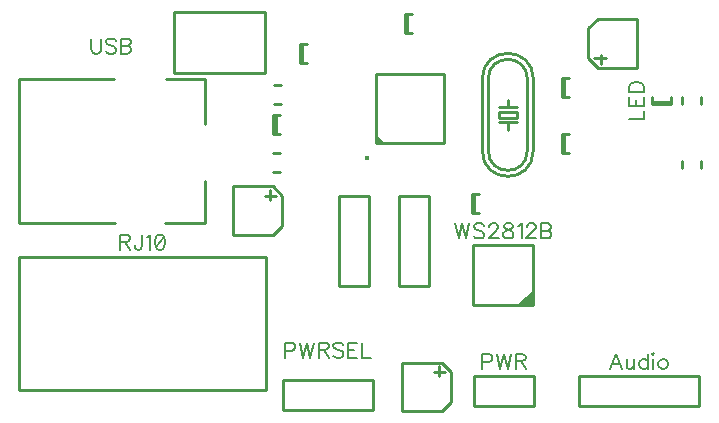
<source format=gbr>
G04 DipTrace 2.4.0.2*
%INTopSilk.gbr*%
%MOIN*%
%ADD10C,0.0098*%
%ADD30O,0.0164X0.0165*%
%ADD87C,0.0077*%
%FSLAX44Y44*%
G04*
G70*
G90*
G75*
G01*
%LNTopSilk*%
%LPD*%
X25440Y4440D2*
D10*
X21440D1*
Y5440D1*
X25440D1*
Y4440D1*
X20948Y12876D2*
Y13505D1*
X20874Y12876D2*
Y13505D1*
Y12876D2*
X21109D1*
X20874Y13505D2*
X21109D1*
X20948Y14751D2*
Y15380D1*
X20874Y14751D2*
Y15380D1*
Y14751D2*
X21109D1*
X20874Y15380D2*
X21109D1*
X15698Y16876D2*
Y17505D1*
X15624Y16876D2*
Y17505D1*
Y16876D2*
X15859D1*
X15624Y17505D2*
X15859D1*
X9919Y10128D2*
Y11753D1*
X11231D1*
X11544Y11440D1*
X11545Y10440D1*
X11231Y10128D1*
X9919D1*
X11134Y11628D2*
Y11315D1*
X10975Y11440D2*
X11343D1*
X12198Y15876D2*
Y16505D1*
X12124Y15876D2*
Y16505D1*
Y15876D2*
X12359D1*
X12124Y16505D2*
X12359D1*
X11323Y13501D2*
Y14130D1*
X11249Y13501D2*
Y14130D1*
Y13501D2*
X11484D1*
X11249Y14130D2*
X11484D1*
X17948Y10876D2*
Y11505D1*
X17874Y10876D2*
Y11505D1*
Y10876D2*
X18109D1*
X17874Y11505D2*
X18109D1*
X23378Y17336D2*
Y15711D1*
X22065D1*
X21753Y16024D1*
X21752Y17024D1*
X22065Y17336D1*
X23378D1*
X22163Y15836D2*
Y16149D1*
X22322Y16024D2*
X21953D1*
X15544Y4253D2*
Y5878D1*
X16856D1*
X17169Y5565D1*
X17170Y4565D1*
X16856Y4253D1*
X15544D1*
X16759Y5753D2*
Y5440D1*
X16600Y5565D2*
X16968D1*
X23876Y14499D2*
Y14734D1*
X24505Y14499D2*
Y14734D1*
Y14573D2*
X23876D1*
X24505Y14498D2*
X23876D1*
X7924Y17581D2*
X10956D1*
Y15549D1*
X7924D1*
Y17581D1*
X13440Y8440D2*
X14440D1*
Y11440D1*
X13440D1*
Y8440D1*
X15440D2*
X16440D1*
Y11440D1*
X15440D1*
Y8440D1*
X19940Y4440D2*
X17940D1*
Y5440D1*
X19940D1*
Y4440D1*
X11565Y5315D2*
X14565D1*
Y4315D1*
X11565D1*
Y5315D1*
X11249Y12251D2*
X11484D1*
X11249Y12880D2*
X11484D1*
X25505Y12374D2*
Y12609D1*
X24876Y12374D2*
Y12609D1*
X25505Y14499D2*
Y14734D1*
X24876Y14499D2*
Y14734D1*
X11507Y15130D2*
X11271D1*
X11507Y14501D2*
X11271D1*
X11015Y9417D2*
X2761D1*
Y4964D1*
X11015D1*
Y9417D1*
X14670Y13202D2*
X16954D1*
Y15485D1*
X14670D1*
Y13202D1*
D30*
X14359Y12686D3*
G36*
X14670Y13202D2*
X14985D1*
X14670Y13517D1*
Y13202D1*
G37*
X17905Y9791D2*
D10*
X19905D1*
Y7791D1*
X17905D1*
Y9791D1*
X19905Y8228D2*
X19405Y7791D1*
X19530D2*
X19842Y8103D1*
X19655Y7791D2*
X19905Y8041D1*
X19780Y7853D2*
X19842Y7916D1*
Y7853D2*
X19780Y7916D1*
X2759Y15334D2*
Y10530D1*
Y15334D2*
X5948D1*
X5987Y10530D2*
X2759D1*
X7680Y15334D2*
X8980D1*
Y13838D1*
Y11948D2*
Y10530D1*
X7641D1*
X19915Y12940D2*
Y15340D1*
X18215Y12940D2*
Y15340D1*
X19715Y12940D2*
Y15340D1*
X18415D2*
Y12940D1*
X18765Y14040D2*
Y14240D1*
X19365D1*
Y14040D1*
X18765D1*
Y14390D2*
X19065D1*
X19365D1*
X18765Y13890D2*
X19065D1*
X19365D1*
X19065Y14390D2*
Y14640D1*
Y13890D2*
Y13640D1*
X18215Y12940D2*
G03X19915Y12940I850J0D01*
G01*
Y15340D2*
G03X18215Y15340I-850J0D01*
G01*
X18415Y12940D2*
G03X19715Y12940I650J0D01*
G01*
Y15340D2*
G03X18415Y15340I-650J0D01*
G01*
X22868Y5670D2*
D87*
X22677Y6172D1*
X22485Y5670D1*
X22557Y5837D2*
X22796D1*
X23023Y6005D2*
Y5766D1*
X23046Y5694D1*
X23095Y5670D1*
X23166D1*
X23214Y5694D1*
X23286Y5766D1*
Y6005D2*
Y5670D1*
X23727Y6172D2*
Y5670D1*
Y5933D2*
X23679Y5981D1*
X23631Y6005D1*
X23560D1*
X23512Y5981D1*
X23464Y5933D1*
X23440Y5861D1*
Y5814D1*
X23464Y5742D1*
X23512Y5694D1*
X23560Y5670D1*
X23631D1*
X23679Y5694D1*
X23727Y5742D1*
X23881Y6172D2*
X23905Y6149D1*
X23929Y6172D1*
X23905Y6197D1*
X23881Y6172D1*
X23905Y6005D2*
Y5670D1*
X24203Y6005D2*
X24156Y5981D1*
X24108Y5933D1*
X24084Y5861D1*
Y5814D1*
X24108Y5742D1*
X24156Y5694D1*
X24203Y5670D1*
X24275D1*
X24323Y5694D1*
X24371Y5742D1*
X24395Y5814D1*
Y5861D1*
X24371Y5933D1*
X24323Y5981D1*
X24275Y6005D1*
X24203D1*
X23104Y13996D2*
X23606D1*
Y14283D1*
X23104Y14748D2*
Y14437D1*
X23606D1*
Y14748D1*
X23343Y14437D2*
Y14628D1*
X23104Y14902D2*
X23606D1*
Y15069D1*
X23582Y15141D1*
X23534Y15189D1*
X23486Y15213D1*
X23415Y15237D1*
X23295D1*
X23223Y15213D1*
X23175Y15189D1*
X23127Y15141D1*
X23104Y15069D1*
Y14902D1*
X18212Y5909D2*
X18427D1*
X18498Y5933D1*
X18523Y5957D1*
X18546Y6005D1*
Y6077D1*
X18523Y6124D1*
X18498Y6149D1*
X18427Y6172D1*
X18212D1*
Y5670D1*
X18701Y6172D2*
X18821Y5670D1*
X18940Y6172D1*
X19060Y5670D1*
X19179Y6172D1*
X19334Y5933D2*
X19549D1*
X19621Y5957D1*
X19645Y5981D1*
X19669Y6029D1*
Y6077D1*
X19645Y6124D1*
X19621Y6149D1*
X19549Y6172D1*
X19334D1*
Y5670D1*
X19501Y5933D2*
X19669Y5670D1*
X11639Y6284D2*
X11854D1*
X11926Y6308D1*
X11950Y6332D1*
X11974Y6380D1*
Y6452D1*
X11950Y6499D1*
X11926Y6524D1*
X11854Y6547D1*
X11639D1*
Y6045D1*
X12128Y6547D2*
X12248Y6045D1*
X12367Y6547D1*
X12487Y6045D1*
X12607Y6547D1*
X12761Y6308D2*
X12976D1*
X13048Y6332D1*
X13072Y6356D1*
X13096Y6404D1*
Y6452D1*
X13072Y6499D1*
X13048Y6524D1*
X12976Y6547D1*
X12761D1*
Y6045D1*
X12929Y6308D2*
X13096Y6045D1*
X13585Y6476D2*
X13538Y6524D1*
X13466Y6547D1*
X13370D1*
X13298Y6524D1*
X13250Y6476D1*
Y6428D1*
X13275Y6380D1*
X13298Y6356D1*
X13346Y6332D1*
X13490Y6284D1*
X13538Y6261D1*
X13562Y6236D1*
X13585Y6189D1*
Y6117D1*
X13538Y6069D1*
X13466Y6045D1*
X13370D1*
X13298Y6069D1*
X13250Y6117D1*
X14050Y6547D2*
X13740D1*
Y6045D1*
X14050D1*
X13740Y6308D2*
X13931D1*
X14205Y6547D2*
Y6045D1*
X14492D1*
X6141Y9909D2*
X6356D1*
X6428Y9934D1*
X6453Y9958D1*
X6476Y10005D1*
Y10053D1*
X6453Y10101D1*
X6428Y10125D1*
X6356Y10149D1*
X6141D1*
Y9646D1*
X6309Y9909D2*
X6476Y9646D1*
X6870Y10149D2*
Y9766D1*
X6846Y9694D1*
X6822Y9671D1*
X6774Y9646D1*
X6726D1*
X6679Y9671D1*
X6655Y9694D1*
X6631Y9766D1*
Y9814D1*
X7024Y10053D2*
X7073Y10077D1*
X7144Y10148D1*
Y9646D1*
X7443Y10148D2*
X7371Y10124D1*
X7323Y10053D1*
X7299Y9933D1*
Y9861D1*
X7323Y9742D1*
X7371Y9670D1*
X7443Y9646D1*
X7490D1*
X7562Y9670D1*
X7609Y9742D1*
X7634Y9861D1*
Y9933D1*
X7609Y10053D1*
X7562Y10124D1*
X7490Y10148D1*
X7443D1*
X7609Y10053D2*
X7323Y9742D1*
X17305Y10523D2*
X17425Y10020D1*
X17545Y10523D1*
X17664Y10020D1*
X17784Y10523D1*
X18273Y10451D2*
X18226Y10499D1*
X18154Y10523D1*
X18058D1*
X17986Y10499D1*
X17938Y10451D1*
Y10403D1*
X17963Y10355D1*
X17986Y10332D1*
X18034Y10308D1*
X18178Y10260D1*
X18226Y10236D1*
X18249Y10212D1*
X18273Y10164D1*
Y10092D1*
X18226Y10045D1*
X18154Y10020D1*
X18058D1*
X17986Y10045D1*
X17938Y10092D1*
X18452Y10403D2*
Y10427D1*
X18476Y10475D1*
X18499Y10498D1*
X18547Y10522D1*
X18643D1*
X18691Y10498D1*
X18714Y10475D1*
X18739Y10427D1*
Y10379D1*
X18714Y10331D1*
X18667Y10260D1*
X18428Y10020D1*
X18762D1*
X19036Y10522D2*
X18965Y10498D1*
X18941Y10451D1*
Y10403D1*
X18965Y10355D1*
X19013Y10331D1*
X19108Y10307D1*
X19180Y10283D1*
X19227Y10235D1*
X19251Y10188D1*
Y10116D1*
X19227Y10068D1*
X19204Y10044D1*
X19132Y10020D1*
X19036D1*
X18965Y10044D1*
X18941Y10068D1*
X18917Y10116D1*
Y10188D1*
X18941Y10235D1*
X18989Y10283D1*
X19060Y10307D1*
X19156Y10331D1*
X19204Y10355D1*
X19227Y10403D1*
Y10451D1*
X19204Y10498D1*
X19132Y10522D1*
X19036D1*
X19406Y10427D2*
X19454Y10451D1*
X19526Y10522D1*
Y10020D1*
X19704Y10403D2*
Y10427D1*
X19728Y10475D1*
X19752Y10498D1*
X19800Y10522D1*
X19896D1*
X19943Y10498D1*
X19967Y10475D1*
X19991Y10427D1*
Y10379D1*
X19967Y10331D1*
X19919Y10260D1*
X19680Y10020D1*
X20015D1*
X20169Y10523D2*
Y10020D1*
X20385D1*
X20457Y10045D1*
X20480Y10068D1*
X20504Y10116D1*
Y10188D1*
X20480Y10236D1*
X20457Y10260D1*
X20385Y10283D1*
X20457Y10308D1*
X20480Y10332D1*
X20504Y10379D1*
Y10427D1*
X20480Y10475D1*
X20457Y10499D1*
X20385Y10523D1*
X20169D1*
Y10283D2*
X20385D1*
X5184Y16684D2*
Y16325D1*
X5207Y16254D1*
X5255Y16206D1*
X5327Y16182D1*
X5375D1*
X5447Y16206D1*
X5495Y16254D1*
X5518Y16325D1*
Y16684D1*
X6008Y16612D2*
X5960Y16660D1*
X5888Y16684D1*
X5793D1*
X5721Y16660D1*
X5673Y16612D1*
Y16565D1*
X5697Y16517D1*
X5721Y16493D1*
X5768Y16469D1*
X5912Y16421D1*
X5960Y16397D1*
X5984Y16373D1*
X6008Y16325D1*
Y16254D1*
X5960Y16206D1*
X5888Y16182D1*
X5793D1*
X5721Y16206D1*
X5673Y16254D1*
X6162Y16684D2*
Y16182D1*
X6378D1*
X6450Y16206D1*
X6473Y16230D1*
X6497Y16277D1*
Y16349D1*
X6473Y16397D1*
X6450Y16421D1*
X6378Y16445D1*
X6450Y16469D1*
X6473Y16493D1*
X6497Y16540D1*
Y16589D1*
X6473Y16636D1*
X6450Y16660D1*
X6378Y16684D1*
X6162D1*
Y16445D2*
X6378D1*
M02*

</source>
